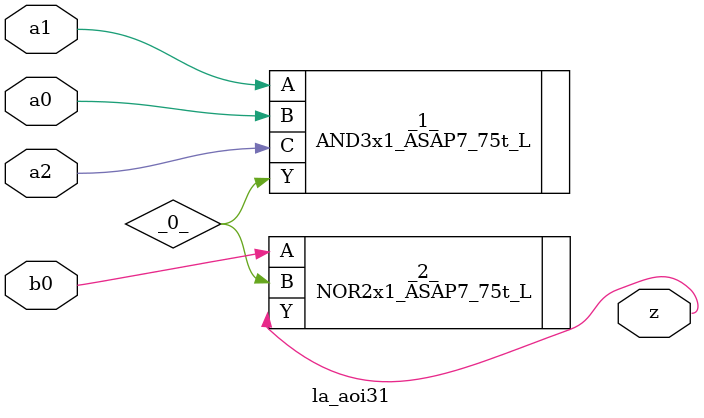
<source format=v>

/* Generated by Yosys 0.44 (git sha1 80ba43d26, g++ 11.4.0-1ubuntu1~22.04 -fPIC -O3) */

(* top =  1  *)
(* src = "inputs/la_aoi31.v:10.1-22.10" *)
module la_aoi31 (
    a0,
    a1,
    a2,
    b0,
    z
);
  wire _0_;
  (* src = "inputs/la_aoi31.v:13.12-13.14" *)
  input a0;
  wire a0;
  (* src = "inputs/la_aoi31.v:14.12-14.14" *)
  input a1;
  wire a1;
  (* src = "inputs/la_aoi31.v:15.12-15.14" *)
  input a2;
  wire a2;
  (* src = "inputs/la_aoi31.v:16.12-16.14" *)
  input b0;
  wire b0;
  (* src = "inputs/la_aoi31.v:17.12-17.13" *)
  output z;
  wire z;
  AND3x1_ASAP7_75t_L _1_ (
      .A(a1),
      .B(a0),
      .C(a2),
      .Y(_0_)
  );
  NOR2x1_ASAP7_75t_L _2_ (
      .A(b0),
      .B(_0_),
      .Y(z)
  );
endmodule

</source>
